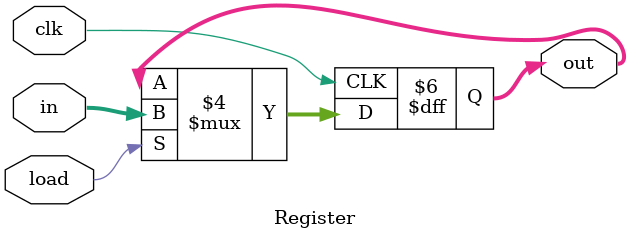
<source format=v>
module Register(
    input clk, load,
    input [15:0] in, 
    output reg [15:0] out = 0);

    always@(posedge clk)
        if (load)
            out = in;
endmodule
</source>
